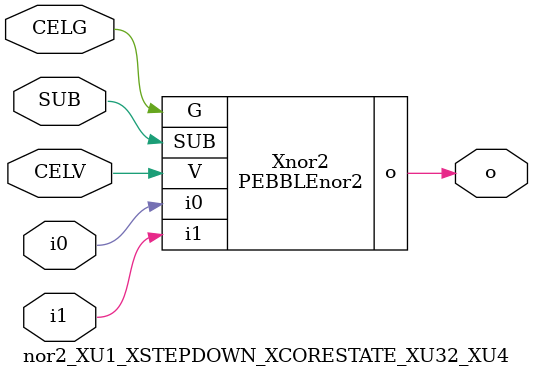
<source format=v>



module PEBBLEnor2 ( o, G, SUB, V, i0, i1 );

  input i0;
  input V;
  input i1;
  input G;
  output o;
  input SUB;
endmodule

//Celera Confidential Do Not Copy nor2_XU1_XSTEPDOWN_XCORESTATE_XU32_XU4
//Celera Confidential Symbol Generator
//nor2
module nor2_XU1_XSTEPDOWN_XCORESTATE_XU32_XU4 (CELV,CELG,i0,i1,o,SUB);
input CELV;
input CELG;
input i0;
input i1;
input SUB;
output o;

//Celera Confidential Do Not Copy nor2
PEBBLEnor2 Xnor2(
.V (CELV),
.i0 (i0),
.i1 (i1),
.o (o),
.SUB (SUB),
.G (CELG)
);
//,diesize,PEBBLEnor2

//Celera Confidential Do Not Copy Module End
//Celera Schematic Generator
endmodule

</source>
